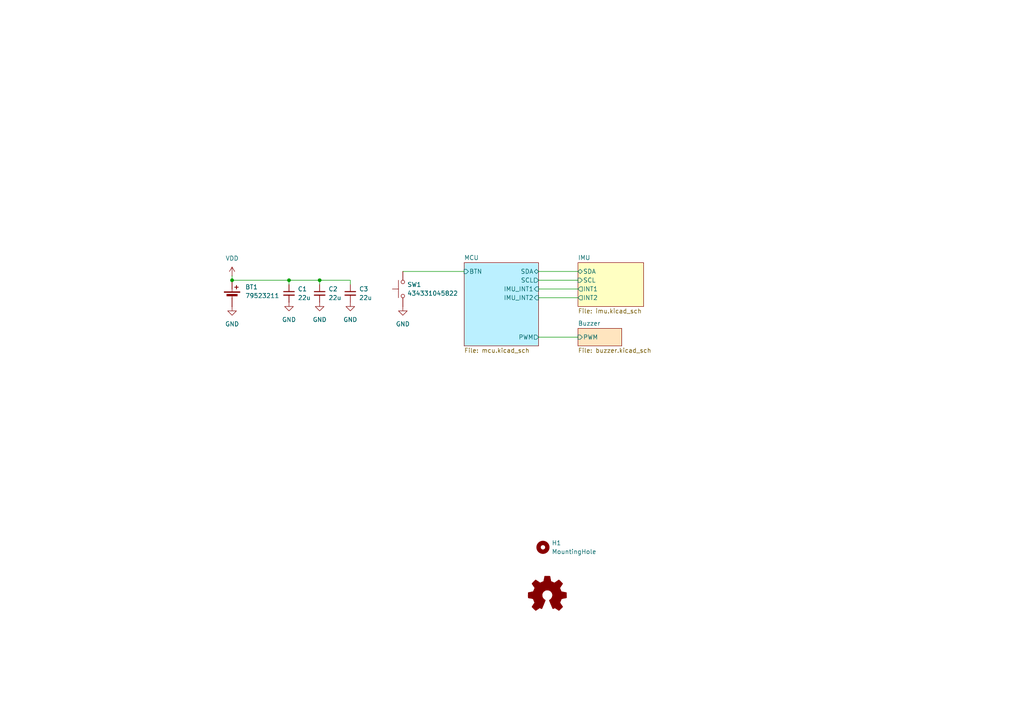
<source format=kicad_sch>
(kicad_sch (version 20231120) (generator "eeschema") (generator_version "8.0")
  (paper "A4")
  (lib_symbols
    (symbol "Device:Battery_Cell" (pin_numbers hide) (pin_names (offset 0) hide)
      (property "Reference" "BT" (at 2.54 2.54 0))
      (property "Value" "Battery_Cell" (at 2.54 0 0))
      (symbol "Battery_Cell_0_1"
        (rectangle (start -2.286 1.778) (end 2.286 1.524) (fill (type outline)))
        (rectangle (start -1.524 1.016) (end 1.524 0.508) (fill (type outline)))
        (polyline (pts (xy 0 0.762) (xy 0 0)))
        (polyline (pts (xy 0 1.778) (xy 0 2.54)))
        (polyline (pts (xy 0.762 3.048) (xy 1.778 3.048)) (stroke (width 0.254)))
        (polyline (pts (xy 1.27 3.556) (xy 1.27 2.54)) (stroke (width 0.254)))
      )
      (symbol "Battery_Cell_1_1"
        (pin passive line (at 0 5.08 270) (length 2.54) (name "+") (number "1"))
        (pin passive line (at 0 -2.54 90) (length 2.54) (name "-") (number "2"))
      )
    )
    (symbol "Device:C_Small" (pin_numbers hide) (pin_names (offset 0.254) hide)
      (property "Reference" "C" (at 0.254 1.778 0))
      (property "Value" "C_Small" (at 0.254 -2.032 0))
      (symbol "C_Small_0_1"
        (polyline (pts (xy -1.524 -0.508) (xy 1.524 -0.508)) (stroke (width 0.3302)))
        (polyline (pts (xy -1.524 0.508) (xy 1.524 0.508)) (stroke (width 0.3048)))
      )
      (symbol "C_Small_1_1"
        (pin passive line (at 0 2.54 270) (length 2.032) (name "~") (number "1"))
        (pin passive line (at 0 -2.54 90) (length 2.032) (name "~") (number "2"))
      )
    )
    (symbol "Graphic:Logo_Open_Hardware_Small" (in_bom no) (on_board no)
      (symbol "Logo_Open_Hardware_Small_0_1"
        (polyline (pts (xy 3.3528 -4.3434) (xy 3.302 -4.318) (xy 3.175 -4.2418) (xy 2.9972 -4.1148) (xy 2.7686 -3.9624) (xy 2.54 -3.81) (xy 2.3622 -3.7084) (xy 2.2352 -3.6068) (xy 2.1844 -3.5814) (xy 2.159 -3.6068) (xy 2.0574 -3.6576) (xy 1.905 -3.7338) (xy 1.8034 -3.7846) (xy 1.6764 -3.8354) (xy 1.6002 -3.8354) (xy 1.6002 -3.8354) (xy 1.5494 -3.7338) (xy 1.4732 -3.5306) (xy 1.3462 -3.302) (xy 1.2446 -3.0226) (xy 1.1176 -2.7178) (xy 0.9652 -2.413) (xy 0.8636 -2.1082) (xy 0.7366 -1.8288) (xy 0.6604 -1.6256) (xy 0.6096 -1.4732) (xy 0.5842 -1.397) (xy 0.5842 -1.397) (xy 0.6604 -1.3208) (xy 0.7874 -1.2446) (xy 1.0414 -1.016) (xy 1.2954 -0.6858) (xy 1.4478 -0.3302) (xy 1.524 0.0762) (xy 1.4732 0.4572) (xy 1.3208 0.8128) (xy 1.0668 1.143) (xy 0.762 1.3716) (xy 0.4064 1.524) (xy 0 1.5748) (xy -0.381 1.5494) (xy -0.7366 1.397) (xy -1.0668 1.143) (xy -1.2192 0.9906) (xy -1.397 0.6604) (xy -1.524 0.3048) (xy -1.524 0.2286) (xy -1.4986 -0.1778) (xy -1.397 -0.5334) (xy -1.1938 -0.8636) (xy -0.9144 -1.143) (xy -0.8636 -1.1684) (xy -0.7366 -1.27) (xy -0.635 -1.3462) (xy -0.5842 -1.397) (xy -1.0668 -2.5908) (xy -1.143 -2.794) (xy -1.2954 -3.1242) (xy -1.397 -3.4036) (xy -1.4986 -3.6322) (xy -1.5748 -3.7846) (xy -1.6002 -3.8354) (xy -1.6002 -3.8354) (xy -1.651 -3.8354) (xy -1.7272 -3.81) (xy -1.905 -3.7338) (xy -2.0066 -3.683) (xy -2.1336 -3.6068) (xy -2.2098 -3.5814) (xy -2.2606 -3.6068) (xy -2.3622 -3.683) (xy -2.54 -3.81) (xy -2.7686 -3.9624) (xy -2.9718 -4.0894) (xy -3.1496 -4.2164) (xy -3.302 -4.318) (xy -3.3528 -4.3434) (xy -3.3782 -4.3434) (xy -3.429 -4.318) (xy -3.5306 -4.2164) (xy -3.7084 -4.064) (xy -3.937 -3.8354) (xy -3.9624 -3.81) (xy -4.1656 -3.6068) (xy -4.318 -3.4544) (xy -4.4196 -3.3274) (xy -4.445 -3.2766) (xy -4.445 -3.2766) (xy -4.4196 -3.2258) (xy -4.318 -3.0734) (xy -4.2164 -2.8956) (xy -4.064 -2.667) (xy -3.6576 -2.0828) (xy -3.8862 -1.5494) (xy -3.937 -1.3716) (xy -4.0386 -1.1684) (xy -4.0894 -1.0414) (xy -4.1148 -0.9652) (xy -4.191 -0.9398) (xy -4.318 -0.9144) (xy -4.5466 -0.8636) (xy -4.8006 -0.8128) (xy -5.0546 -0.7874) (xy -5.2578 -0.7366) (xy -5.4356 -0.7112) (xy -5.5118 -0.6858) (xy -5.5118 -0.6858) (xy -5.5372 -0.635) (xy -5.5372 -0.5588) (xy -5.5372 -0.4318) (xy -5.5626 -0.2286) (xy -5.5626 0.0762) (xy -5.5626 0.127) (xy -5.5372 0.4064) (xy -5.5372 0.635) (xy -5.5372 0.762) (xy -5.5372 0.8382) (xy -5.5372 0.8382) (xy -5.461 0.8382) (xy -5.3086 0.889) (xy -5.08 0.9144) (xy -4.826 0.9652) (xy -4.8006 0.9906) (xy -4.5466 1.0414) (xy -4.318 1.0668) (xy -4.1656 1.1176) (xy -4.0894 1.143) (xy -4.0894 1.143) (xy -4.0386 1.2446) (xy -3.9624 1.4224) (xy -3.8608 1.6256) (xy -3.7846 1.8288) (xy -3.7084 2.0066) (xy -3.6576 2.159) (xy -3.6322 2.2098) (xy -3.6322 2.2098) (xy -3.683 2.286) (xy -3.7592 2.413) (xy -3.8862 2.5908) (xy -4.064 2.8194) (xy -4.064 2.8448) (xy -4.2164 3.0734) (xy -4.3434 3.2512) (xy -4.4196 3.3782) (xy -4.445 3.4544) (xy -4.445 3.4544) (xy -4.3942 3.5052) (xy -4.2926 3.6322) (xy -4.1148 3.81) (xy -3.937 4.0132) (xy -3.8608 4.064) (xy -3.6576 4.2926) (xy -3.5052 4.4196) (xy -3.4036 4.4958) (xy -3.3528 4.5212) (xy -3.3528 4.5212) (xy -3.302 4.4704) (xy -3.1496 4.3688) (xy -2.9718 4.2418) (xy -2.7432 4.0894) (xy -2.7178 4.0894) (xy -2.4892 3.937) (xy -2.3114 3.81) (xy -2.1844 3.7084) (xy -2.1336 3.683) (xy -2.1082 3.683) (xy -2.032 3.7084) (xy -1.8542 3.7592) (xy -1.6764 3.8354) (xy -1.4732 3.937) (xy -1.27 4.0132) (xy -1.143 4.064) (xy -1.0668 4.1148) (xy -1.0668 4.1148) (xy -1.0414 4.191) (xy -1.016 4.3434) (xy -0.9652 4.572) (xy -0.9144 4.8514) (xy -0.889 4.9022) (xy -0.8382 5.1562) (xy -0.8128 5.3848) (xy -0.7874 5.5372) (xy -0.762 5.588) (xy -0.7112 5.6134) (xy -0.5842 5.6134) (xy -0.4064 5.6134) (xy -0.1524 5.6134) (xy 0.0762 5.6134) (xy 0.3302 5.6134) (xy 0.5334 5.6134) (xy 0.6858 5.588) (xy 0.7366 5.588) (xy 0.7366 5.588) (xy 0.762 5.5118) (xy 0.8128 5.334) (xy 0.8382 5.1054) (xy 0.9144 4.826) (xy 0.9144 4.7752) (xy 0.9652 4.5212) (xy 1.016 4.2926) (xy 1.0414 4.1402) (xy 1.0668 4.0894) (xy 1.0668 4.0894) (xy 1.1938 4.0386) (xy 1.3716 3.9624) (xy 1.5748 3.8608) (xy 2.0828 3.6576) (xy 2.7178 4.0894) (xy 2.7686 4.1402) (xy 2.9972 4.2926) (xy 3.175 4.4196) (xy 3.302 4.4958) (xy 3.3782 4.5212) (xy 3.3782 4.5212) (xy 3.429 4.4704) (xy 3.556 4.3434) (xy 3.7338 4.191) (xy 3.9116 3.9878) (xy 4.064 3.8354) (xy 4.2418 3.6576) (xy 4.3434 3.556) (xy 4.4196 3.4798) (xy 4.4196 3.429) (xy 4.4196 3.4036) (xy 4.3942 3.3274) (xy 4.2926 3.2004) (xy 4.1656 2.9972) (xy 4.0132 2.794) (xy 3.8862 2.5908) (xy 3.7592 2.3876) (xy 3.6576 2.2352) (xy 3.6322 2.159) (xy 3.6322 2.1336) (xy 3.683 2.0066) (xy 3.7592 1.8288) (xy 3.8608 1.6002) (xy 4.064 1.1176) (xy 4.3942 1.0414) (xy 4.5974 1.016) (xy 4.8768 0.9652) (xy 5.1308 0.9144) (xy 5.5372 0.8382) (xy 5.5626 -0.6604) (xy 5.4864 -0.6858) (xy 5.4356 -0.6858) (xy 5.2832 -0.7366) (xy 5.0546 -0.762) (xy 4.8006 -0.8128) (xy 4.5974 -0.8636) (xy 4.3688 -0.9144) (xy 4.2164 -0.9398) (xy 4.1402 -0.9398) (xy 4.1148 -0.9652) (xy 4.064 -1.0668) (xy 3.9878 -1.2446) (xy 3.9116 -1.4478) (xy 3.81 -1.651) (xy 3.7338 -1.8542) (xy 3.683 -2.0066) (xy 3.6576 -2.0828) (xy 3.683 -2.1336) (xy 3.7846 -2.2606) (xy 3.8862 -2.4638) (xy 4.0386 -2.667) (xy 4.191 -2.8956) (xy 4.318 -3.0734) (xy 4.3942 -3.2004) (xy 4.445 -3.2766) (xy 4.4196 -3.3274) (xy 4.3434 -3.429) (xy 4.1656 -3.5814) (xy 3.937 -3.8354) (xy 3.8862 -3.8608) (xy 3.683 -4.064) (xy 3.5306 -4.2164) (xy 3.4036 -4.318) (xy 3.3528 -4.3434)) (fill (type outline)))
      )
    )
    (symbol "Mechanical:MountingHole" (pin_names (offset 1.016)) (exclude_from_sim yes) (in_bom no)
      (property "Reference" "H" (at 0 5.08 0))
      (property "Value" "MountingHole" (at 0 3.175 0))
      (symbol "MountingHole_0_1"
        (circle (center 0 0) (radius 1.27) (stroke (width 1.27)))
      )
    )
    (symbol "Switch:SW_Push" (pin_numbers hide) (pin_names (offset 1.016) hide)
      (property "Reference" "SW" (at 1.27 2.54 0))
      (property "Value" "SW_Push" (at 0 -1.524 0))
      (symbol "SW_Push_0_1"
        (circle (center -2.032 0) (radius 0.508))
        (polyline (pts (xy 0 1.27) (xy 0 3.048)))
        (polyline (pts (xy 2.54 1.27) (xy -2.54 1.27)))
        (circle (center 2.032 0) (radius 0.508))
        (pin passive line (at -5.08 0 0) (length 2.54) (name "1") (number "1"))
        (pin passive line (at 5.08 0 180) (length 2.54) (name "2") (number "2"))
      )
    )
    (symbol "power:GND" (power) (pin_numbers hide) (pin_names (offset 0) hide)
      (property "Value" "GND" (at 0 -3.81 0))
      (symbol "GND_0_1"
        (polyline (pts (xy 0 0) (xy 0 -1.27) (xy 1.27 -1.27) (xy 0 -2.54) (xy -1.27 -1.27) (xy 0 -1.27)))
      )
      (symbol "GND_1_1"
        (pin power_in line (at 0 0 270) (length 0) (name "~") (number "1"))
      )
    )
    (symbol "power:VDD" (power) (pin_numbers hide) (pin_names (offset 0) hide)
      (property "Value" "VDD" (at 0 3.556 0))
      (symbol "VDD_0_1"
        (polyline (pts (xy -0.762 1.27) (xy 0 2.54)))
        (polyline (pts (xy 0 0) (xy 0 2.54)))
        (polyline (pts (xy 0 2.54) (xy 0.762 1.27)))
      )
      (symbol "VDD_1_1"
        (pin power_in line (at 0 0 90) (length 0) (name "~") (number "1"))
      )
    )
  )
  (junction (at 83.82 81.28))
  (junction (at 67.31 81.28))
  (junction (at 92.71 81.28))
  (wire (pts (xy 156.21 81.28) (xy 167.64 81.28)))
  (wire (pts (xy 156.21 78.74) (xy 167.64 78.74)))
  (wire (pts (xy 83.82 81.28) (xy 67.31 81.28)))
  (wire (pts (xy 116.84 78.74) (xy 134.62 78.74)))
  (wire (pts (xy 67.31 80.01) (xy 67.31 81.28)))
  (wire (pts (xy 83.82 81.28) (xy 92.71 81.28)))
  (wire (pts (xy 92.71 81.28) (xy 92.71 82.55)))
  (wire (pts (xy 101.6 82.55) (xy 101.6 81.28)))
  (wire (pts (xy 83.82 82.55) (xy 83.82 81.28)))
  (wire (pts (xy 92.71 81.28) (xy 101.6 81.28)))
  (wire (pts (xy 156.21 86.36) (xy 167.64 86.36)))
  (wire (pts (xy 156.21 83.82) (xy 167.64 83.82)))
  (wire (pts (xy 156.21 97.79) (xy 167.64 97.79)))
  (symbol (lib_id "power:GND") (at 101.6 87.63 0) (unit 1)
    (property "Reference" "#PWR05" (effects (hide yes)))
    (property "Value" "GND" (at 101.6 92.71 0))
    (property "Description" "Power symbol creates a global label with name \"GND\" , ground" (effects (hide yes)))
  )
  (symbol (lib_id "power:GND") (at 116.84 88.9 0) (unit 1)
    (property "Reference" "#PWR06" (effects (hide yes)))
    (property "Value" "GND" (at 116.84 93.98 0))
    (property "Description" "Power symbol creates a global label with name \"GND\" , ground" (effects (hide yes)))
  )
  (symbol (lib_id "Graphic:Logo_Open_Hardware_Small") (at 158.75 172.72 0) (unit 1) (exclude_from_sim yes) (in_bom no)
    (property "Reference" "SYM1" (effects (hide yes)))
    (property "Value" "Logo_Open_Hardware_Small" (effects (hide yes)))
    (property "Footprint" "Symbol:OSHW-Logo_5.7x6mm_SilkScreen" (effects (hide yes)))
    (property "Description" "Open Hardware logo, small" (effects (hide yes)))
  )
  (symbol (lib_id "Device:C_Small") (at 101.6 85.09 0) (unit 1)
    (property "Reference" "C3" (at 104.14 83.8262 0) (effects (justify left)))
    (property "Value" "22u" (at 104.14 86.3662 0) (effects (justify left)))
    (property "Footprint" "Capacitor_SMD:C_0805_2012Metric" (effects (hide yes)))
    (property "Description" "Unpolarized capacitor, small symbol" (effects (hide yes)))
    (property "MPN" "885012107005" (effects (hide yes)))
  )
  (symbol (lib_id "power:GND") (at 83.82 87.63 0) (unit 1)
    (property "Reference" "#PWR03" (effects (hide yes)))
    (property "Value" "GND" (at 83.82 92.71 0))
    (property "Description" "Power symbol creates a global label with name \"GND\" , ground" (effects (hide yes)))
  )
  (symbol (lib_id "power:GND") (at 67.31 88.9 0) (unit 1)
    (property "Reference" "#PWR02" (effects (hide yes)))
    (property "Value" "GND" (at 67.31 93.98 0))
    (property "Description" "Power symbol creates a global label with name \"GND\" , ground" (effects (hide yes)))
  )
  (symbol (lib_id "Switch:SW_Push") (at 116.84 83.82 90) (unit 1)
    (property "Reference" "SW1" (at 118.11 82.5499 90) (effects (justify right)))
    (property "Value" "434331045822" (at 118.11 85.0899 90) (effects (justify right)))
    (property "Footprint" "bao-lib:434331045822" (effects (hide yes)))
    (property "Description" "Push button switch, generic, two pins" (effects (hide yes)))
  )
  (symbol (lib_id "Device:C_Small") (at 92.71 85.09 0) (unit 1)
    (property "Reference" "C2" (at 95.25 83.8262 0) (effects (justify left)))
    (property "Value" "22u" (at 95.25 86.3662 0) (effects (justify left)))
    (property "Footprint" "Capacitor_SMD:C_0805_2012Metric" (effects (hide yes)))
    (property "Description" "Unpolarized capacitor, small symbol" (effects (hide yes)))
    (property "MPN" "885012107005" (effects (hide yes)))
  )
  (symbol (lib_id "Device:C_Small") (at 83.82 85.09 0) (unit 1)
    (property "Reference" "C1" (at 86.36 83.8262 0) (effects (justify left)))
    (property "Value" "22u" (at 86.36 86.3662 0) (effects (justify left)))
    (property "Footprint" "Capacitor_SMD:C_0805_2012Metric" (effects (hide yes)))
    (property "Description" "Unpolarized capacitor, small symbol" (effects (hide yes)))
    (property "MPN" "885012107005" (effects (hide yes)))
  )
  (symbol (lib_id "Mechanical:MountingHole") (at 157.48 158.75 0) (unit 1) (exclude_from_sim yes) (in_bom no)
    (property "Reference" "H1" (at 160.02 157.4799 0) (effects (justify left)))
    (property "Value" "MountingHole" (at 160.02 160.0199 0) (effects (justify left)))
    (property "Footprint" "MountingHole:MountingHole_2.2mm_M2" (effects (hide yes)))
    (property "Description" "Mounting Hole without connection" (effects (hide yes)))
  )
  (symbol (lib_id "power:VDD") (at 67.31 80.01 0) (unit 1)
    (property "Reference" "#PWR01" (effects (hide yes)))
    (property "Value" "VDD" (at 67.31 74.93 0))
    (property "Description" "Power symbol creates a global label with name \"VDD\"" (effects (hide yes)))
  )
  (symbol (lib_id "Device:Battery_Cell") (at 67.31 86.36 0) (unit 1)
    (property "Reference" "BT1" (at 71.12 83.2484 0) (effects (justify left)))
    (property "Value" "79523211" (at 71.12 85.7884 0) (effects (justify left)))
    (property "Footprint" "bao-lib:BatteryHolder_WE_79523211_1x2016,2020,2025,2032" (effects (hide yes)))
    (property "Description" "Single-cell battery" (effects (hide yes)))
  )
  (symbol (lib_id "power:GND") (at 92.71 87.63 0) (unit 1)
    (property "Reference" "#PWR04" (effects (hide yes)))
    (property "Value" "GND" (at 92.71 92.71 0))
    (property "Description" "Power symbol creates a global label with name \"GND\" , ground" (effects (hide yes)))
  )
  (sheet (at 167.64 95.25) (size 12.7 5.08) (stroke (width 0.1524)) (fill (color 255 229 191 1.0000))
    (property "Sheetname" "Buzzer" (at 167.64 94.5384 0) (effects (justify left bottom)))
    (property "Sheetfile" "buzzer.kicad_sch" (at 167.64 100.9146 0) (effects (justify left top)))
    (pin "PWM" input (at 167.64 97.79 180))
  )
  (sheet (at 134.62 76.2) (size 21.59 24.13) (stroke (width 0.1524)) (fill (color 187 240 255 1.0000))
    (property "Sheetname" "MCU" (at 134.62 75.4884 0) (effects (justify left bottom)))
    (property "Sheetfile" "mcu.kicad_sch" (at 134.62 100.9146 0) (effects (justify left top)))
    (pin "BTN" input (at 134.62 78.74 180))
    (pin "IMU_INT2" input (at 156.21 86.36 0))
    (pin "IMU_INT1" input (at 156.21 83.82 0))
    (pin "SCL" output (at 156.21 81.28 0))
    (pin "SDA" bidirectional (at 156.21 78.74 0))
    (pin "PWM" output (at 156.21 97.79 0))
  )
  (sheet (at 167.64 76.2) (size 19.05 12.7) (stroke (width 0.1524)) (fill (color 255 255 194 1.0000))
    (property "Sheetname" "IMU" (at 167.64 75.4884 0) (effects (justify left bottom)))
    (property "Sheetfile" "imu.kicad_sch" (at 167.64 89.4846 0) (effects (justify left top)))
    (pin "INT2" output (at 167.64 86.36 180))
    (pin "INT1" output (at 167.64 83.82 180))
    (pin "SCL" input (at 167.64 81.28 180))
    (pin "SDA" bidirectional (at 167.64 78.74 180))
  )
)
</source>
